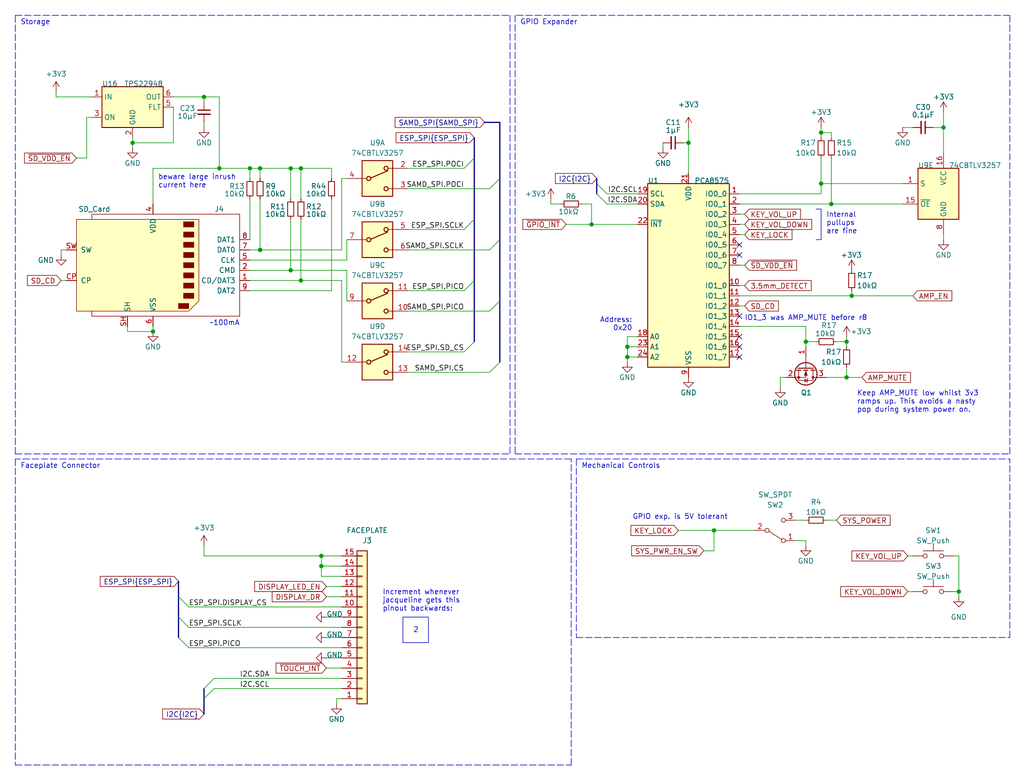
<source format=kicad_sch>
(kicad_sch (version 20231120) (generator "eeschema") (generator_version "8.0")
  (paper "User" 254.991 194.996)
  (title_block (title "TANGARA") (date "2023-12-21") (rev "4") (company "made by jacqueline") (comment 1 "SPDX-License-Identifier: CERN-OHL-S-2.0"))
  (lib_symbols
    (symbol "74xx:74CBTLV3257"
      (property "Reference" "U" (at 17.78 1.27 0))
      (property "Value" "74CBTLV3257" (at 15.24 -1.27 0))
      (symbol "74CBTLV3257_1_1"
        (rectangle (start -3.81 4.445) (end 3.81 -4.445) (stroke (width 0.254)) (fill (type background)))
        (circle (center -2.159 0) (radius 0.508) (stroke (width 0.254)))
        (polyline (pts (xy -5.08 0) (xy -2.794 0)))
        (polyline (pts (xy -1.651 0.127) (xy 2.54 1.905)) (stroke (width 0.254)))
        (polyline (pts (xy 5.08 -2.54) (xy 2.794 -2.54)))
        (polyline (pts (xy 5.08 2.54) (xy 2.794 2.54)))
        (circle (center 2.159 -2.54) (radius 0.508) (stroke (width 0.254)))
        (circle (center 2.159 2.54) (radius 0.508) (stroke (width 0.254)))
        (pin passive line (at 7.62 2.54 180) (length 2.54) (name "~") (number "2"))
        (pin passive line (at 7.62 -2.54 180) (length 2.54) (name "~") (number "3"))
        (pin passive line (at -7.62 0 0) (length 2.54) (name "~") (number "4"))
      )
      (symbol "74CBTLV3257_2_1"
        (rectangle (start -3.81 4.445) (end 3.81 -4.445) (stroke (width 0.254)) (fill (type background)))
        (circle (center -2.159 0) (radius 0.508) (stroke (width 0.254)))
        (polyline (pts (xy -5.08 0) (xy -2.794 0)))
        (polyline (pts (xy -1.651 0.127) (xy 2.54 1.905)) (stroke (width 0.254)))
        (polyline (pts (xy 5.08 -2.54) (xy 2.794 -2.54)))
        (polyline (pts (xy 5.08 2.54) (xy 2.794 2.54)))
        (circle (center 2.159 -2.54) (radius 0.508) (stroke (width 0.254)))
        (circle (center 2.159 2.54) (radius 0.508) (stroke (width 0.254)))
        (pin passive line (at 7.62 2.54 180) (length 2.54) (name "~") (number "5"))
        (pin passive line (at 7.62 -2.54 180) (length 2.54) (name "~") (number "6"))
        (pin passive line (at -7.62 0 0) (length 2.54) (name "~") (number "7"))
      )
      (symbol "74CBTLV3257_3_1"
        (rectangle (start -3.81 4.445) (end 3.81 -4.445) (stroke (width 0.254)) (fill (type background)))
        (circle (center -2.159 0) (radius 0.508) (stroke (width 0.254)))
        (polyline (pts (xy -5.08 0) (xy -2.794 0)))
        (polyline (pts (xy -1.651 0.127) (xy 2.54 1.905)) (stroke (width 0.254)))
        (polyline (pts (xy 5.08 -2.54) (xy 2.794 -2.54)))
        (polyline (pts (xy 5.08 2.54) (xy 2.794 2.54)))
        (circle (center 2.159 -2.54) (radius 0.508) (stroke (width 0.254)))
        (circle (center 2.159 2.54) (radius 0.508) (stroke (width 0.254)))
        (pin passive line (at 7.62 -2.54 180) (length 2.54) (name "~") (number "10"))
        (pin passive line (at 7.62 2.54 180) (length 2.54) (name "~") (number "11"))
        (pin passive line (at -7.62 0 0) (length 2.54) (name "~") (number "9"))
      )
      (symbol "74CBTLV3257_4_1"
        (rectangle (start -3.81 4.445) (end 3.81 -4.445) (stroke (width 0.254)) (fill (type background)))
        (circle (center -2.159 0) (radius 0.508) (stroke (width 0.254)))
        (polyline (pts (xy -5.08 0) (xy -2.794 0)))
        (polyline (pts (xy -1.651 0.127) (xy 2.54 1.905)) (stroke (width 0.254)))
        (polyline (pts (xy 5.08 -2.54) (xy 2.794 -2.54)))
        (polyline (pts (xy 5.08 2.54) (xy 2.794 2.54)))
        (circle (center 2.159 -2.54) (radius 0.508) (stroke (width 0.254)))
        (circle (center 2.159 2.54) (radius 0.508) (stroke (width 0.254)))
        (pin passive line (at -7.62 0 0) (length 2.54) (name "~") (number "12"))
        (pin passive line (at 7.62 -2.54 180) (length 2.54) (name "~") (number "13"))
        (pin passive line (at 7.62 2.54 180) (length 2.54) (name "~") (number "14"))
      )
      (symbol "74CBTLV3257_5_1"
        (rectangle (start 3.81 6.35) (end -6.35 -6.35) (stroke (width 0.254)) (fill (type background)))
        (pin input line (at -10.16 2.54 0) (length 3.81) (name "S") (number "1"))
        (pin input line (at -10.16 -2.54 0) (length 3.81) (name "~{OE}") (number "15"))
        (pin power_in line (at 0 10.16 270) (length 3.81) (name "VCC") (number "16"))
        (pin power_in line (at 0 -10.16 90) (length 3.81) (name "GND") (number "8"))
      )
    )
    (symbol "Connector_Generic:Conn_01x15" (pin_names (offset 1.016) hide)
      (property "Reference" "J" (at 0 20.32 0))
      (property "Value" "Conn_01x15" (at 0 -20.32 0))
      (symbol "Conn_01x15_1_1"
        (rectangle (start -1.27 -17.653) (end 0 -17.907) (stroke (width 0.1524)))
        (rectangle (start -1.27 -15.113) (end 0 -15.367) (stroke (width 0.1524)))
        (rectangle (start -1.27 -12.573) (end 0 -12.827) (stroke (width 0.1524)))
        (rectangle (start -1.27 -10.033) (end 0 -10.287) (stroke (width 0.1524)))
        (rectangle (start -1.27 -7.493) (end 0 -7.747) (stroke (width 0.1524)))
        (rectangle (start -1.27 -4.953) (end 0 -5.207) (stroke (width 0.1524)))
        (rectangle (start -1.27 -2.413) (end 0 -2.667) (stroke (width 0.1524)))
        (rectangle (start -1.27 0.127) (end 0 -0.127) (stroke (width 0.1524)))
        (rectangle (start -1.27 2.667) (end 0 2.413) (stroke (width 0.1524)))
        (rectangle (start -1.27 5.207) (end 0 4.953) (stroke (width 0.1524)))
        (rectangle (start -1.27 7.747) (end 0 7.493) (stroke (width 0.1524)))
        (rectangle (start -1.27 10.287) (end 0 10.033) (stroke (width 0.1524)))
        (rectangle (start -1.27 12.827) (end 0 12.573) (stroke (width 0.1524)))
        (rectangle (start -1.27 15.367) (end 0 15.113) (stroke (width 0.1524)))
        (rectangle (start -1.27 17.907) (end 0 17.653) (stroke (width 0.1524)))
        (rectangle (start -1.27 19.05) (end 1.27 -19.05) (stroke (width 0.254)) (fill (type background)))
        (pin passive line (at -5.08 17.78 0) (length 3.81) (name "Pin_1") (number "1"))
        (pin passive line (at -5.08 -5.08 0) (length 3.81) (name "Pin_10") (number "10"))
        (pin passive line (at -5.08 -7.62 0) (length 3.81) (name "Pin_11") (number "11"))
        (pin passive line (at -5.08 -10.16 0) (length 3.81) (name "Pin_12") (number "12"))
        (pin passive line (at -5.08 -12.7 0) (length 3.81) (name "Pin_13") (number "13"))
        (pin passive line (at -5.08 -15.24 0) (length 3.81) (name "Pin_14") (number "14"))
        (pin passive line (at -5.08 -17.78 0) (length 3.81) (name "Pin_15") (number "15"))
        (pin passive line (at -5.08 15.24 0) (length 3.81) (name "Pin_2") (number "2"))
        (pin passive line (at -5.08 12.7 0) (length 3.81) (name "Pin_3") (number "3"))
        (pin passive line (at -5.08 10.16 0) (length 3.81) (name "Pin_4") (number "4"))
        (pin passive line (at -5.08 7.62 0) (length 3.81) (name "Pin_5") (number "5"))
        (pin passive line (at -5.08 5.08 0) (length 3.81) (name "Pin_6") (number "6"))
        (pin passive line (at -5.08 2.54 0) (length 3.81) (name "Pin_7") (number "7"))
        (pin passive line (at -5.08 0 0) (length 3.81) (name "Pin_8") (number "8"))
        (pin passive line (at -5.08 -2.54 0) (length 3.81) (name "Pin_9") (number "9"))
      )
    )
    (symbol "Device:C_Small" (pin_numbers hide) (pin_names (offset 0.254) hide)
      (property "Reference" "C" (at 0.254 1.778 0))
      (property "Value" "C_Small" (at 0.254 -2.032 0))
      (symbol "C_Small_0_1"
        (polyline (pts (xy -1.524 -0.508) (xy 1.524 -0.508)) (stroke (width 0.3302)))
        (polyline (pts (xy -1.524 0.508) (xy 1.524 0.508)) (stroke (width 0.3048)))
      )
      (symbol "C_Small_1_1"
        (pin passive line (at 0 2.54 270) (length 2.032) (name "~") (number "1"))
        (pin passive line (at 0 -2.54 90) (length 2.032) (name "~") (number "2"))
      )
    )
    (symbol "Device:Q_NMOS_GSD" (pin_names (offset 0) hide)
      (property "Reference" "Q" (at 5.08 1.27 0))
      (property "Value" "Q_NMOS_GSD" (at 5.08 -1.27 0))
      (symbol "Q_NMOS_GSD_0_1"
        (polyline (pts (xy 0.254 0) (xy -2.54 0)))
        (polyline (pts (xy 0.254 1.905) (xy 0.254 -1.905)) (stroke (width 0.254)))
        (polyline (pts (xy 0.762 -1.27) (xy 0.762 -2.286)) (stroke (width 0.254)))
        (polyline (pts (xy 0.762 0.508) (xy 0.762 -0.508)) (stroke (width 0.254)))
        (polyline (pts (xy 0.762 2.286) (xy 0.762 1.27)) (stroke (width 0.254)))
        (polyline (pts (xy 2.54 2.54) (xy 2.54 1.778)))
        (polyline (pts (xy 2.54 -2.54) (xy 2.54 0) (xy 0.762 0)))
        (polyline (pts (xy 0.762 -1.778) (xy 3.302 -1.778) (xy 3.302 1.778) (xy 0.762 1.778)))
        (polyline (pts (xy 1.016 0) (xy 2.032 0.381) (xy 2.032 -0.381) (xy 1.016 0)) (fill (type outline)))
        (polyline (pts (xy 2.794 0.508) (xy 2.921 0.381) (xy 3.683 0.381) (xy 3.81 0.254)))
        (polyline (pts (xy 3.302 0.381) (xy 2.921 -0.254) (xy 3.683 -0.254) (xy 3.302 0.381)))
        (circle (center 1.651 0) (radius 2.794) (stroke (width 0.254)))
        (circle (center 2.54 -1.778) (radius 0.254) (fill (type outline)))
        (circle (center 2.54 1.778) (radius 0.254) (fill (type outline)))
      )
      (symbol "Q_NMOS_GSD_1_1"
        (pin input line (at -5.08 0 0) (length 2.54) (name "G") (number "1"))
        (pin passive line (at 2.54 -5.08 90) (length 2.54) (name "S") (number "2"))
        (pin passive line (at 2.54 5.08 270) (length 2.54) (name "D") (number "3"))
      )
    )
    (symbol "Device:R_Small" (pin_numbers hide) (pin_names (offset 0.254) hide)
      (property "Reference" "R" (at 0.762 0.508 0))
      (property "Value" "R_Small" (at 0.762 -1.016 0))
      (symbol "R_Small_0_1"
        (rectangle (start -0.762 1.778) (end 0.762 -1.778) (stroke (width 0.2032)))
      )
      (symbol "R_Small_1_1"
        (pin passive line (at 0 2.54 270) (length 0.762) (name "~") (number "1"))
        (pin passive line (at 0 -2.54 90) (length 0.762) (name "~") (number "2"))
      )
    )
    (symbol "Switch:SW_Push" (pin_numbers hide) (pin_names (offset 1.016) hide)
      (property "Reference" "SW" (at 1.27 2.54 0))
      (property "Value" "SW_Push" (at 0 -1.524 0))
      (symbol "SW_Push_0_1"
        (circle (center -2.032 0) (radius 0.508))
        (polyline (pts (xy 0 1.27) (xy 0 3.048)))
        (polyline (pts (xy 2.54 1.27) (xy -2.54 1.27)))
        (circle (center 2.032 0) (radius 0.508))
        (pin passive line (at -5.08 0 0) (length 2.54) (name "1") (number "1"))
        (pin passive line (at 5.08 0 180) (length 2.54) (name "2") (number "2"))
      )
    )
    (symbol "Switch:SW_SPDT" (pin_names (offset 0) hide)
      (property "Reference" "SW" (at 0 4.318 0))
      (property "Value" "SW_SPDT" (at 0 -5.08 0))
      (symbol "SW_SPDT_0_0"
        (circle (center -2.032 0) (radius 0.508))
        (circle (center 2.032 -2.54) (radius 0.508))
      )
      (symbol "SW_SPDT_0_1"
        (polyline (pts (xy -1.524 0.254) (xy 1.651 2.286)))
        (circle (center 2.032 2.54) (radius 0.508))
      )
      (symbol "SW_SPDT_1_1"
        (pin passive line (at 5.08 2.54 180) (length 2.54) (name "A") (number "1"))
        (pin passive line (at -5.08 0 0) (length 2.54) (name "B") (number "2"))
        (pin passive line (at 5.08 -2.54 180) (length 2.54) (name "C") (number "3"))
      )
    )
    (symbol "power:+3V3" (power) (pin_names (offset 0))
      (property "Value" "+3V3" (at 0 3.556 0))
      (symbol "+3V3_0_1"
        (polyline (pts (xy -0.762 1.27) (xy 0 2.54)))
        (polyline (pts (xy 0 0) (xy 0 2.54)))
        (polyline (pts (xy 0 2.54) (xy 0.762 1.27)))
      )
      (symbol "+3V3_1_1"
        (pin power_in line (at 0 0 90) (length 0) hide (name "+3V3") (number "1"))
      )
    )
    (symbol "power:GND" (power) (pin_names (offset 0))
      (property "Value" "GND" (at 0 -3.81 0))
      (symbol "GND_0_1"
        (polyline (pts (xy 0 0) (xy 0 -1.27) (xy 1.27 -1.27) (xy 0 -2.54) (xy -1.27 -1.27) (xy 0 -1.27)))
      )
      (symbol "GND_1_1"
        (pin power_in line (at 0 0 270) (length 0) hide (name "GND") (number "1"))
      )
    )
    (symbol "symbols:PCA8575BS"
      (property "Reference" "U" (at -8.89 24.13 0))
      (property "Value" "PCA8575BS" (at 6.35 24.13 0))
      (symbol "PCA8575BS_0_1"
        (rectangle (start -10.16 22.86) (end 10.16 -22.86) (stroke (width 0.254)) (fill (type background)))
      )
      (symbol "PCA8575BS_1_0"
        (pin power_in line (at 0 -25.4 90) (length 2.54) hide (name "EP") (number "25"))
      )
      (symbol "PCA8575BS_1_1"
        (pin bidirectional line (at 12.7 20.32 180) (length 2.54) (name "IO0_0") (number "1"))
        (pin bidirectional line (at 12.7 -2.54 180) (length 2.54) (name "IO1_0") (number "10"))
        (pin bidirectional line (at 12.7 -5.08 180) (length 2.54) (name "IO1_1") (number "11"))
        (pin bidirectional line (at 12.7 -7.62 180) (length 2.54) (name "IO1_2") (number "12"))
        (pin bidirectional line (at 12.7 -10.16 180) (length 2.54) (name "IO1_3") (number "13"))
        (pin bidirectional line (at 12.7 -12.7 180) (length 2.54) (name "IO1_4") (number "14"))
        (pin bidirectional line (at 12.7 -15.24 180) (length 2.54) (name "IO1_5") (number "15"))
        (pin bidirectional line (at 12.7 -17.78 180) (length 2.54) (name "IO1_6") (number "16"))
        (pin bidirectional line (at 12.7 -20.32 180) (length 2.54) (name "IO1_7") (number "17"))
        (pin input line (at -12.7 -15.24 0) (length 2.54) (name "A0") (number "18"))
        (pin input line (at -12.7 20.32 0) (length 2.54) (name "SCL") (number "19"))
        (pin bidirectional line (at 12.7 17.78 180) (length 2.54) (name "IO0_1") (number "2"))
        (pin bidirectional line (at -12.7 17.78 0) (length 2.54) (name "SDA") (number "20"))
        (pin power_in line (at 0 25.4 270) (length 2.54) (name "VDD") (number "21"))
        (pin open_collector line (at -12.7 12.7 0) (length 2.54) (name "~{INT}") (number "22"))
        (pin input line (at -12.7 -17.78 0) (length 2.54) (name "A1") (number "23"))
        (pin input line (at -12.7 -20.32 0) (length 2.54) (name "A2") (number "24"))
        (pin bidirectional line (at 12.7 15.24 180) (length 2.54) (name "IO0_2") (number "3"))
        (pin bidirectional line (at 12.7 12.7 180) (length 2.54) (name "IO0_3") (number "4"))
        (pin bidirectional line (at 12.7 10.16 180) (length 2.54) (name "IO0_4") (number "5"))
        (pin bidirectional line (at 12.7 7.62 180) (length 2.54) (name "IO0_5") (number "6"))
        (pin bidirectional line (at 12.7 5.08 180) (length 2.54) (name "IO0_6") (number "7"))
        (pin bidirectional line (at 12.7 2.54 180) (length 2.54) (name "IO0_7") (number "8"))
        (pin power_in line (at 0 -25.4 90) (length 2.54) (name "VSS") (number "9"))
      )
    )
    (symbol "symbols:SD_Card" (pin_names (offset 1.016))
      (property "Reference" "J" (at -16.51 13.97 0))
      (property "Value" "SD_Card" (at 15.24 -13.97 0))
      (symbol "SD_Card_0_1"
        (rectangle (start -8.89 -9.525) (end -6.35 -10.795) (fill (type outline)))
        (rectangle (start -8.89 -6.985) (end -6.35 -8.255) (fill (type outline)))
        (rectangle (start -8.89 -4.445) (end -6.35 -5.715) (fill (type outline)))
        (rectangle (start -8.89 -1.905) (end -6.35 -3.175) (fill (type outline)))
        (rectangle (start -8.89 0.635) (end -6.35 -0.635) (fill (type outline)))
        (rectangle (start -8.89 3.175) (end -6.35 1.905) (fill (type outline)))
        (rectangle (start -8.89 5.715) (end -6.35 4.445) (fill (type outline)))
        (rectangle (start -8.89 8.255) (end -6.35 6.985) (fill (type outline)))
        (rectangle (start -7.62 10.795) (end -5.08 9.525) (fill (type outline)))
        (polyline (pts (xy -10.16 8.89) (xy -7.62 11.43) (xy 20.32 11.43) (xy 20.32 -11.43) (xy -10.16 -11.43) (xy -10.16 8.89)) (fill (type background)))
        (polyline (pts (xy 16.51 11.43) (xy 16.51 12.7) (xy -20.32 12.7) (xy -20.32 -12.7) (xy 16.51 -12.7) (xy 16.51 -11.43)))
      )
      (symbol "SD_Card_1_1"
        (pin input line (at -22.86 3.81 0) (length 2.54) (name "CD/DAT3") (number "1"))
        (pin input line (at -22.86 1.27 0) (length 2.54) (name "CMD") (number "2"))
        (pin power_in line (at 1.27 15.24 270) (length 2.54) hide (name "VSS") (number "3"))
        (pin power_in line (at 1.27 -15.24 90) (length 2.54) (name "VDD") (number "4"))
        (pin input line (at -22.86 -1.27 0) (length 2.54) (name "CLK") (number "5"))
        (pin power_in line (at 1.27 15.24 270) (length 2.54) (name "VSS") (number "6"))
        (pin input line (at -22.86 -3.81 0) (length 2.54) (name "DAT0") (number "7"))
        (pin input line (at -22.86 -6.35 0) (length 2.54) (name "DAT1") (number "8"))
        (pin input line (at -22.86 6.35 0) (length 2.54) (name "DAT2") (number "9"))
        (pin input line (at 22.86 3.81 180) (length 2.54) (name "CP") (number "CP"))
        (pin input line (at 7.62 15.24 270) (length 2.54) (name "SH") (number "SH"))
        (pin input line (at 22.86 -3.81 180) (length 2.54) (name "SW") (number "SW"))
      )
    )
    (symbol "symbols:TPS22917DBV"
      (property "Reference" "U" (at -6.35 6.35 0))
      (property "Value" "TPS22948" (at 2.54 6.35 0))
      (symbol "TPS22917DBV_0_1"
        (rectangle (start -7.62 5.08) (end 7.62 -5.08) (stroke (width 0.254)) (fill (type background)))
      )
      (symbol "TPS22917DBV_1_1"
        (pin power_in line (at -10.16 2.54 0) (length 2.54) (name "IN") (number "1"))
        (pin power_in line (at 0 -7.62 90) (length 2.54) (name "GND") (number "2"))
        (pin input line (at -10.16 -2.54 0) (length 2.54) (name "ON") (number "3"))
        (pin no_connect line (at -7.62 0 0) (length 2.54) hide (name "NC") (number "4"))
        (pin open_collector line (at 10.16 0 180) (length 2.54) (name "FLT") (number "5"))
        (pin power_out line (at 10.16 2.54 180) (length 2.54) (name "OUT") (number "6"))
      )
    )
  )
  (junction (at 156.21 88.9))
  (junction (at 80.01 140.97))
  (junction (at 212.09 73.66))
  (junction (at 33.02 35.56))
  (junction (at 64.77 62.23))
  (junction (at 210.82 93.98))
  (junction (at 38.1 82.55))
  (junction (at 54.61 41.91))
  (junction (at 204.47 45.72))
  (junction (at 210.82 85.09))
  (junction (at 72.39 67.31))
  (junction (at 234.95 31.75))
  (junction (at 62.23 41.91))
  (junction (at 207.01 50.8))
  (junction (at 204.47 33.02))
  (junction (at 80.01 138.43))
  (junction (at 50.8 24.13))
  (junction (at 238.76 147.32))
  (junction (at 171.45 35.56))
  (junction (at 156.21 86.36))
  (junction (at 177.8 132.08))
  (junction (at 74.93 69.85))
  (junction (at 72.39 41.91))
  (junction (at 74.93 41.91))
  (junction (at 200.66 85.09))
  (junction (at 64.77 41.91))
  (junction (at 147.32 55.88))
  (no_connect (at 184.15 78.74))
  (no_connect (at 184.15 83.82))
  (no_connect (at 184.15 88.9))
  (no_connect (at 184.15 60.96))
  (no_connect (at 184.15 86.36))
  (no_connect (at 184.15 63.5))
  (bus_entry (at 148.59 45.72) (size 2.54 2.54))
  (bus_entry (at 115.57 72.39) (size 2.54 -2.54))
  (bus_entry (at 115.57 87.63) (size 2.54 -2.54))
  (bus_entry (at 115.57 41.91) (size 2.54 -2.54))
  (bus_entry (at 115.57 57.15) (size 2.54 -2.54))
  (bus_entry (at 148.59 48.26) (size 2.54 2.54))
  (bus_entry (at 121.92 46.99) (size 2.54 -2.54))
  (bus_entry (at 121.92 77.47) (size 2.54 -2.54))
  (bus_entry (at 46.99 156.21) (size -2.54 -2.54))
  (bus_entry (at 121.92 62.23) (size 2.54 -2.54))
  (bus_entry (at 46.99 161.29) (size -2.54 -2.54))
  (bus_entry (at 50.8 171.45) (size 2.54 -2.54))
  (bus_entry (at 50.8 173.99) (size 2.54 -2.54))
  (bus_entry (at 121.92 92.71) (size 2.54 -2.54))
  (bus_entry (at 46.99 151.13) (size -2.54 -2.54))
  (wire (pts (xy 156.21 86.36) (xy 156.21 88.9)))
  (wire (pts (xy 156.21 88.9) (xy 156.21 90.17)))
  (bus (pts (xy 44.45 148.59) (xy 44.45 153.67)))
  (wire (pts (xy 238.76 138.43) (xy 238.76 147.32)))
  (wire (pts (xy 74.93 41.91) (xy 82.55 41.91)))
  (wire (pts (xy 46.99 151.13) (xy 85.09 151.13)))
  (polyline (pts (xy 3.81 3.81) (xy 127 3.81)) (stroke (width 0) (type dash)))
  (polyline (pts (xy 143.51 114.3) (xy 143.51 158.75)) (stroke (width 0) (type dash)))
  (wire (pts (xy 43.18 24.13) (xy 50.8 24.13)))
  (wire (pts (xy 175.26 137.16) (xy 177.8 137.16)))
  (wire (pts (xy 204.47 39.37) (xy 204.47 45.72)))
  (bus (pts (xy 120.65 30.48) (xy 124.46 30.48)))
  (polyline (pts (xy 204.47 59.69) (xy 204.47 52.07)))
  (wire (pts (xy 74.93 69.85) (xy 85.09 69.85)))
  (wire (pts (xy 81.28 166.37) (xy 85.09 166.37)))
  (wire (pts (xy 83.82 173.99) (xy 85.09 173.99)))
  (wire (pts (xy 207.01 50.8) (xy 224.79 50.8)))
  (wire (pts (xy 38.1 82.55) (xy 38.1 81.28)))
  (wire (pts (xy 234.95 27.94) (xy 234.95 31.75)))
  (wire (pts (xy 171.45 31.75) (xy 171.45 35.56)))
  (wire (pts (xy 85.09 44.45) (xy 85.09 62.23)))
  (wire (pts (xy 74.93 54.61) (xy 74.93 69.85)))
  (wire (pts (xy 200.66 85.09) (xy 203.2 85.09)))
  (wire (pts (xy 43.18 35.56) (xy 33.02 35.56)))
  (wire (pts (xy 74.93 41.91) (xy 74.93 49.53)))
  (wire (pts (xy 200.66 85.09) (xy 200.66 86.36)))
  (wire (pts (xy 72.39 67.31) (xy 86.36 67.31)))
  (wire (pts (xy 81.28 148.59) (xy 85.09 148.59)))
  (wire (pts (xy 147.32 50.8) (xy 147.32 55.88)))
  (bus (pts (xy 118.11 39.37) (xy 118.11 54.61)))
  (wire (pts (xy 237.49 147.32) (xy 238.76 147.32)))
  (wire (pts (xy 204.47 48.26) (xy 204.47 45.72)))
  (wire (pts (xy 50.8 30.48) (xy 50.8 31.75)))
  (wire (pts (xy 144.78 50.8) (xy 147.32 50.8)))
  (polyline (pts (xy 143.51 114.3) (xy 251.46 114.3)) (stroke (width 0) (type dash)))
  (wire (pts (xy 184.15 55.88) (xy 185.42 55.88)))
  (wire (pts (xy 21.59 29.21) (xy 21.59 39.37)))
  (wire (pts (xy 140.97 55.88) (xy 147.32 55.88)))
  (wire (pts (xy 184.15 50.8) (xy 207.01 50.8)))
  (wire (pts (xy 194.31 93.98) (xy 194.31 96.52)))
  (wire (pts (xy 86.36 67.31) (xy 86.36 74.93)))
  (polyline (pts (xy 128.27 3.81) (xy 128.27 113.03)) (stroke (width 0) (type dash)))
  (wire (pts (xy 38.1 41.91) (xy 54.61 41.91)))
  (wire (pts (xy 83.82 175.26) (xy 83.82 173.99)))
  (bus (pts (xy 44.45 153.67) (xy 44.45 158.75)))
  (wire (pts (xy 151.13 50.8) (xy 158.75 50.8)))
  (wire (pts (xy 50.8 24.13) (xy 50.8 25.4)))
  (wire (pts (xy 85.09 69.85) (xy 85.09 90.17)))
  (wire (pts (xy 50.8 24.13) (xy 54.61 24.13)))
  (wire (pts (xy 212.09 73.66) (xy 227.33 73.66)))
  (wire (pts (xy 31.75 81.28) (xy 31.75 82.55)))
  (wire (pts (xy 210.82 83.82) (xy 210.82 85.09)))
  (wire (pts (xy 101.6 92.71) (xy 121.92 92.71)))
  (wire (pts (xy 137.16 50.8) (xy 139.7 50.8)))
  (wire (pts (xy 62.23 62.23) (xy 64.77 62.23)))
  (wire (pts (xy 205.74 93.98) (xy 210.82 93.98)))
  (wire (pts (xy 15.24 62.23) (xy 15.24 63.5)))
  (polyline (pts (xy 128.27 113.03) (xy 251.46 113.03)) (stroke (width 0) (type dash)))
  (wire (pts (xy 33.02 34.29) (xy 33.02 35.56)))
  (wire (pts (xy 54.61 41.91) (xy 62.23 41.91)))
  (bus (pts (xy 118.11 69.85) (xy 118.11 85.09)))
  (wire (pts (xy 158.75 86.36) (xy 156.21 86.36)))
  (wire (pts (xy 208.28 85.09) (xy 210.82 85.09)))
  (wire (pts (xy 54.61 24.13) (xy 54.61 41.91)))
  (wire (pts (xy 158.75 83.82) (xy 156.21 83.82)))
  (wire (pts (xy 237.49 138.43) (xy 238.76 138.43)))
  (wire (pts (xy 170.18 35.56) (xy 171.45 35.56)))
  (bus (pts (xy 124.46 30.48) (xy 124.46 44.45)))
  (wire (pts (xy 210.82 85.09) (xy 210.82 86.36)))
  (wire (pts (xy 50.8 135.89) (xy 50.8 138.43)))
  (wire (pts (xy 200.66 81.28) (xy 200.66 85.09)))
  (bus (pts (xy 148.59 44.45) (xy 148.59 45.72)))
  (wire (pts (xy 85.09 90.17) (xy 86.36 90.17)))
  (wire (pts (xy 19.05 39.37) (xy 21.59 39.37)))
  (polyline (pts (xy 251.46 158.75) (xy 251.46 114.3)) (stroke (width 0) (type dash)))
  (wire (pts (xy 200.66 81.28) (xy 184.15 81.28)))
  (wire (pts (xy 185.42 66.04) (xy 184.15 66.04)))
  (wire (pts (xy 224.79 31.75) (xy 227.33 31.75)))
  (wire (pts (xy 62.23 41.91) (xy 62.23 44.45)))
  (wire (pts (xy 184.15 53.34) (xy 185.42 53.34)))
  (wire (pts (xy 86.36 64.77) (xy 86.36 59.69)))
  (wire (pts (xy 46.99 161.29) (xy 85.09 161.29)))
  (wire (pts (xy 204.47 45.72) (xy 224.79 45.72)))
  (wire (pts (xy 184.15 48.26) (xy 204.47 48.26)))
  (wire (pts (xy 101.6 87.63) (xy 115.57 87.63)))
  (wire (pts (xy 43.18 26.67) (xy 43.18 35.56)))
  (wire (pts (xy 46.99 156.21) (xy 85.09 156.21)))
  (wire (pts (xy 62.23 69.85) (xy 74.93 69.85)))
  (wire (pts (xy 204.47 33.02) (xy 204.47 34.29)))
  (polyline (pts (xy 3.81 190.5) (xy 142.24 190.5)) (stroke (width 0) (type dash)))
  (wire (pts (xy 80.01 138.43) (xy 85.09 138.43)))
  (wire (pts (xy 147.32 55.88) (xy 158.75 55.88)))
  (wire (pts (xy 101.6 72.39) (xy 115.57 72.39)))
  (wire (pts (xy 101.6 46.99) (xy 121.92 46.99)))
  (wire (pts (xy 195.58 93.98) (xy 194.31 93.98)))
  (wire (pts (xy 53.34 171.45) (xy 85.09 171.45)))
  (wire (pts (xy 62.23 67.31) (xy 72.39 67.31)))
  (bus (pts (xy 148.59 45.72) (xy 148.59 48.26)))
  (wire (pts (xy 81.28 163.83) (xy 85.09 163.83)))
  (wire (pts (xy 165.1 35.56) (xy 165.1 36.83)))
  (wire (pts (xy 137.16 49.53) (xy 137.16 50.8)))
  (wire (pts (xy 82.55 44.45) (xy 82.55 41.91)))
  (wire (pts (xy 185.42 71.12) (xy 184.15 71.12)))
  (wire (pts (xy 81.28 153.67) (xy 85.09 153.67)))
  (wire (pts (xy 200.66 135.89) (xy 200.66 134.62)))
  (polyline (pts (xy 3.81 113.03) (xy 127 113.03)) (stroke (width 0) (type dash)))
  (bus (pts (xy 124.46 59.69) (xy 124.46 74.93)))
  (wire (pts (xy 212.09 72.39) (xy 212.09 73.66)))
  (polyline (pts (xy 142.24 190.5) (xy 142.24 114.3)) (stroke (width 0) (type dash)))
  (wire (pts (xy 80.01 143.51) (xy 80.01 140.97)))
  (wire (pts (xy 234.95 31.75) (xy 234.95 38.1)))
  (wire (pts (xy 168.91 132.08) (xy 177.8 132.08)))
  (polyline (pts (xy 3.81 113.03) (xy 3.81 3.81)) (stroke (width 0) (type dash)))
  (wire (pts (xy 85.09 140.97) (xy 80.01 140.97)))
  (polyline (pts (xy 143.51 158.75) (xy 251.46 158.75)) (stroke (width 0) (type dash)))
  (wire (pts (xy 234.95 59.69) (xy 234.95 58.42)))
  (wire (pts (xy 64.77 62.23) (xy 85.09 62.23)))
  (wire (pts (xy 33.02 36.83) (xy 33.02 35.56)))
  (wire (pts (xy 101.6 77.47) (xy 121.92 77.47)))
  (polyline (pts (xy 3.81 114.3) (xy 3.81 190.5)) (stroke (width 0) (type dash)))
  (wire (pts (xy 72.39 54.61) (xy 72.39 67.31)))
  (bus (pts (xy 118.11 34.29) (xy 118.11 39.37)))
  (wire (pts (xy 53.34 168.91) (xy 85.09 168.91)))
  (wire (pts (xy 72.39 41.91) (xy 72.39 49.53)))
  (wire (pts (xy 38.1 50.8) (xy 38.1 41.91)))
  (wire (pts (xy 101.6 62.23) (xy 121.92 62.23)))
  (wire (pts (xy 64.77 41.91) (xy 72.39 41.91)))
  (polyline (pts (xy 142.24 114.3) (xy 3.81 114.3)) (stroke (width 0) (type dash)))
  (wire (pts (xy 177.8 132.08) (xy 177.8 137.16)))
  (wire (pts (xy 62.23 49.53) (xy 62.23 59.69)))
  (wire (pts (xy 200.66 134.62) (xy 198.12 134.62)))
  (wire (pts (xy 171.45 35.56) (xy 171.45 43.18)))
  (wire (pts (xy 204.47 33.02) (xy 207.01 33.02)))
  (polyline (pts (xy 203.2 59.69) (xy 204.47 59.69)))
  (wire (pts (xy 177.8 132.08) (xy 187.96 132.08)))
  (bus (pts (xy 118.11 54.61) (xy 118.11 69.85)))
  (wire (pts (xy 22.86 29.21) (xy 21.59 29.21)))
  (wire (pts (xy 81.28 146.05) (xy 85.09 146.05)))
  (wire (pts (xy 82.55 49.53) (xy 82.55 72.39)))
  (wire (pts (xy 86.36 44.45) (xy 85.09 44.45)))
  (wire (pts (xy 13.97 24.13) (xy 22.86 24.13)))
  (bus (pts (xy 50.8 177.8) (xy 50.8 173.99)))
  (wire (pts (xy 62.23 41.91) (xy 64.77 41.91)))
  (wire (pts (xy 198.12 129.54) (xy 200.66 129.54)))
  (polyline (pts (xy 251.46 3.81) (xy 128.27 3.81)) (stroke (width 0) (type dash)))
  (wire (pts (xy 16.51 62.23) (xy 15.24 62.23)))
  (polyline (pts (xy 203.2 52.07) (xy 204.47 52.07)))
  (wire (pts (xy 85.09 143.51) (xy 80.01 143.51)))
  (wire (pts (xy 207.01 39.37) (xy 207.01 50.8)))
  (wire (pts (xy 232.41 31.75) (xy 234.95 31.75)))
  (wire (pts (xy 64.77 49.53) (xy 64.77 62.23)))
  (polyline (pts (xy 127 3.81) (xy 127 113.03)) (stroke (width 0) (type dash)))
  (wire (pts (xy 101.6 41.91) (xy 115.57 41.91)))
  (wire (pts (xy 72.39 41.91) (xy 74.93 41.91)))
  (wire (pts (xy 185.42 76.2) (xy 184.15 76.2)))
  (wire (pts (xy 204.47 31.75) (xy 204.47 33.02)))
  (wire (pts (xy 50.8 138.43) (xy 80.01 138.43)))
  (wire (pts (xy 101.6 57.15) (xy 115.57 57.15)))
  (bus (pts (xy 44.45 144.78) (xy 44.45 148.59)))
  (wire (pts (xy 62.23 64.77) (xy 86.36 64.77)))
  (wire (pts (xy 151.13 48.26) (xy 158.75 48.26)))
  (wire (pts (xy 210.82 93.98) (xy 214.63 93.98)))
  (wire (pts (xy 210.82 91.44) (xy 210.82 93.98)))
  (wire (pts (xy 80.01 140.97) (xy 80.01 138.43)))
  (wire (pts (xy 158.75 88.9) (xy 156.21 88.9)))
  (bus (pts (xy 50.8 171.45) (xy 50.8 173.99)))
  (wire (pts (xy 64.77 41.91) (xy 64.77 44.45)))
  (wire (pts (xy 31.75 82.55) (xy 38.1 82.55)))
  (wire (pts (xy 238.76 147.32) (xy 238.76 148.59)))
  (polyline (pts (xy 251.46 113.03) (xy 251.46 3.81)) (stroke (width 0) (type dash)))
  (wire (pts (xy 13.97 22.86) (xy 13.97 24.13)))
  (wire (pts (xy 184.15 73.66) (xy 212.09 73.66)))
  (wire (pts (xy 156.21 83.82) (xy 156.21 86.36)))
  (wire (pts (xy 226.06 138.43) (xy 227.33 138.43)))
  (wire (pts (xy 81.28 158.75) (xy 85.09 158.75)))
  (bus (pts (xy 124.46 44.45) (xy 124.46 59.69)))
  (wire (pts (xy 185.42 58.42) (xy 184.15 58.42)))
  (wire (pts (xy 62.23 72.39) (xy 82.55 72.39)))
  (wire (pts (xy 208.28 129.54) (xy 205.74 129.54)))
  (wire (pts (xy 226.06 147.32) (xy 227.33 147.32)))
  (bus (pts (xy 124.46 74.93) (xy 124.46 90.17)))
  (wire (pts (xy 207.01 33.02) (xy 207.01 34.29)))
  (wire (pts (xy 15.24 69.85) (xy 16.51 69.85)))
  (rectangle (start 100.33 153.67) (end 106.68 160.02))
  (text "GPIO exp. is 5V tolerant" (at 157.48 129.54 0) (effects (font (size 1.27 1.27)) (justify left bottom)))
  (text "GPIO Expander" (at 129.54 6.35 0) (effects (font (size 1.27 1.27)) (justify left bottom)))
  (text "beware large inrush\ncurrent here" (at 39.37 46.99 0) (effects (font (size 1.27 1.27)) (justify left bottom)))
  (text "Keep AMP_MUTE low whilst 3v3\nramps up. This avoids a nasty\npop during system power on." (at 213.36 102.87 0) (effects (font (size 1.27 1.27)) (justify left bottom)))
  (text "Internal\npullups\nare fine" (at 205.74 58.42 0) (effects (font (size 1.27 1.27)) (justify left bottom)))
  (text "~100mA" (at 59.69 81.28 0) (effects (font (size 1.27 1.27)) (justify right bottom)))
  (text "Increment whenever\njacqueline gets this\npinout backwards:" (at 95.25 152.4 0) (effects (font (size 1.27 1.27)) (justify left bottom)))
  (text "Storage" (at 5.08 6.35 0) (effects (font (size 1.27 1.27)) (justify left bottom)))
  (text "Mechanical Controls" (at 144.78 116.84 0) (effects (font (size 1.27 1.27)) (justify left bottom)))
  (text "2" (at 102.87 157.734 0) (effects (font (size 1.27 1.27)) (justify left bottom)))
  (text "Faceplate Connector" (at 5.08 116.84 0) (effects (font (size 1.27 1.27)) (justify left bottom)))
  (text "IO1_3 was AMP_MUTE before r8" (at 185.42 80.01 0) (effects (font (size 1.27 1.27)) (justify left bottom)))
  (text "Address:\n0x20" (at 157.48 82.55 0) (effects (font (size 1.27 1.27)) (justify right bottom)))
  (label "SAMD_SPI.POCI" (at 115.57 46.99 180))
  (label "I2C.SDA" (at 59.69 168.91 0))
  (label "I2C.SCL" (at 158.75 48.26 180))
  (label "SAMD_SPI.PICO" (at 115.57 77.47 180))
  (label "ESP_SPI.PICO" (at 115.57 72.39 180))
  (label "ESP_SPI.SD_CS" (at 115.57 87.63 180))
  (label "ESP_SPI.POCI" (at 115.57 41.91 180))
  (label "ESP_SPI.PICO" (at 46.99 161.29 0))
  (label "SAMD_SPI.SCLK" (at 115.57 62.23 180))
  (label "ESP_SPI.DISPLAY_CS" (at 46.99 151.13 0))
  (label "SAMD_SPI.CS" (at 115.57 92.71 180))
  (label "ESP_SPI.SCLK" (at 46.99 156.21 0))
  (label "I2C.SDA" (at 158.75 50.8 180))
  (label "ESP_SPI.SCLK" (at 115.57 57.15 180))
  (label "I2C.SCL" (at 59.69 171.45 0))
  (global_label "ESP_SPI{ESP_SPI}" (shape input) (at 118.11 34.29 180) (property "Intersheetrefs" "${INTERSHEET_REFS}" (effects (hide yes))))
  (global_label "DISPLAY_LED_EN" (shape input) (at 81.28 146.05 180) (property "Intersheetrefs" "${INTERSHEET_REFS}" (effects (hide yes))))
  (global_label "KEY_VOL_DOWN" (shape input) (at 226.06 147.32 180) (property "Intersheetrefs" "${INTERSHEET_REFS}" (effects (hide yes))))
  (global_label "SYS_POWER" (shape input) (at 208.28 129.54 0) (property "Intersheetrefs" "${INTERSHEET_REFS}" (effects (hide yes))))
  (global_label "SD_CD" (shape input) (at 15.24 69.85 180) (property "Intersheetrefs" "${INTERSHEET_REFS}" (effects (hide yes))))
  (global_label "KEY_LOCK" (shape input) (at 185.42 58.42 0) (property "Intersheetrefs" "${INTERSHEET_REFS}" (effects (hide yes))))
  (global_label "SD_CD" (shape input) (at 185.42 76.2 0) (property "Intersheetrefs" "${INTERSHEET_REFS}" (effects (hide yes))))
  (global_label "I2C{I2C}" (shape input) (at 50.8 177.8 180) (property "Intersheetrefs" "${INTERSHEET_REFS}" (effects (hide yes))))
  (global_label "SAMD_SPI{SAMD_SPI}" (shape input) (at 120.65 30.48 180) (property "Intersheetrefs" "${INTERSHEET_REFS}" (effects (hide yes))))
  (global_label "KEY_VOL_UP" (shape input) (at 185.42 53.34 0) (property "Intersheetrefs" "${INTERSHEET_REFS}" (effects (hide yes))))
  (global_label "~{SD_VDD_EN}" (shape input) (at 19.05 39.37 180) (property "Intersheetrefs" "${INTERSHEET_REFS}" (effects (hide yes))))
  (global_label "3.5mm_DETECT" (shape input) (at 185.42 71.12 0) (property "Intersheetrefs" "${INTERSHEET_REFS}" (effects (hide yes))))
  (global_label "KEY_LOCK" (shape input) (at 168.91 132.08 180) (property "Intersheetrefs" "${INTERSHEET_REFS}" (effects (hide yes))))
  (global_label "AMP_MUTE" (shape input) (at 214.63 93.98 0) (property "Intersheetrefs" "${INTERSHEET_REFS}" (effects (hide yes))))
  (global_label "~{TOUCH_INT}" (shape input) (at 81.28 166.37 180) (property "Intersheetrefs" "${INTERSHEET_REFS}" (effects (hide yes))))
  (global_label "I2C{I2C}" (shape input) (at 148.59 44.45 180) (property "Intersheetrefs" "${INTERSHEET_REFS}" (effects (hide yes))))
  (global_label "~{SD_VDD_EN}" (shape input) (at 185.42 66.04 0) (property "Intersheetrefs" "${INTERSHEET_REFS}" (effects (hide yes))))
  (global_label "ESP_SPI{ESP_SPI}" (shape input) (at 44.45 144.78 180) (property "Intersheetrefs" "${INTERSHEET_REFS}" (effects (hide yes))))
  (global_label "DISPLAY_DR" (shape input) (at 81.28 148.59 180) (property "Intersheetrefs" "${INTERSHEET_REFS}" (effects (hide yes))))
  (global_label "~{GPIO_INT}" (shape input) (at 140.97 55.88 180) (property "Intersheetrefs" "${INTERSHEET_REFS}" (effects (hide yes))))
  (global_label "AMP_EN" (shape input) (at 227.33 73.66 0) (property "Intersheetrefs" "${INTERSHEET_REFS}" (effects (hide yes))))
  (global_label "SYS_PWR_EN_SW" (shape input) (at 175.26 137.16 180) (property "Intersheetrefs" "${INTERSHEET_REFS}" (effects (hide yes))))
  (global_label "KEY_VOL_UP" (shape input) (at 226.06 138.43 180) (property "Intersheetrefs" "${INTERSHEET_REFS}" (effects (hide yes))))
  (global_label "KEY_VOL_DOWN" (shape input) (at 185.42 55.88 0) (property "Intersheetrefs" "${INTERSHEET_REFS}" (effects (hide yes))))
  (symbol (lib_id "Device:R_Small") (at 62.23 46.99 0) (mirror y) (unit 1)
    (property "Reference" "R13" (at 60.96 46.355 0) (effects (justify left)))
    (property "Value" "10kΩ" (at 60.96 48.26 0) (effects (justify left)))
    (property "Footprint" "Resistor_SMD:R_0603_1608Metric" (effects (hide yes)))
    (property "MPN" "AC0603JR-0710KL" (effects (hide yes)))
  )
  (symbol (lib_id "power:GND") (at 194.31 96.52 0) (unit 1)
    (property "Reference" "#PWR0412" (effects (hide yes)))
    (property "Value" "GND" (at 194.31 100.33 0))
  )
  (symbol (lib_id "power:GND") (at 238.76 148.59 0) (unit 1)
    (property "Reference" "#PWR0413" (effects (hide yes)))
    (property "Value" "GND" (at 238.76 153.67 0))
  )
  (symbol (lib_id "Device:C_Small") (at 229.87 31.75 270) (unit 1)
    (property "Reference" "C30" (at 229.87 26.67 90))
    (property "Value" "0.1μF" (at 229.87 28.575 90))
    (property "Footprint" "Capacitor_SMD:C_0603_1608Metric" (effects (hide yes)))
    (property "MPN" "GCM188R71C104KA37J" (effects (hide yes)))
  )
  (symbol (lib_id "Device:R_Small") (at 72.39 52.07 0) (mirror y) (unit 1)
    (property "Reference" "R11" (at 71.12 51.435 0) (effects (justify left)))
    (property "Value" "10kΩ" (at 71.12 53.34 0) (effects (justify left)))
    (property "Footprint" "Resistor_SMD:R_0603_1608Metric" (effects (hide yes)))
    (property "MPN" "AC0603JR-0710KL" (effects (hide yes)))
  )
  (symbol (lib_id "Device:Q_NMOS_GSD") (at 200.66 91.44 270) (unit 1)
    (property "Reference" "Q1" (at 199.39 97.79 90) (effects (justify left)))
    (property "Value" "PJC138K" (effects (hide yes)))
    (property "Footprint" "Package_TO_SOT_SMD:SOT-323_SC-70" (effects (hide yes)))
    (property "MPN" "PJC138K_R1_00001" (effects (hide yes)))
    (instances (project "gay-ipod-faceplate" (path "" (reference "Q1") (unit 1))) (project "tangara-mainboard" (path "" (reference "Q3") (unit 1))))
  )
  (symbol (lib_id "symbols:PCA8575BS") (at 171.45 68.58 0) (unit 1)
    (property "Reference" "U1" (at 161.29 45.72 0) (effects (justify left bottom)))
    (property "Value" "PCA8575" (at 181.61 45.72 0) (effects (justify right bottom)))
    (property "Footprint" "Package_DFN_QFN:HVQFN-24-1EP_4x4mm_P0.5mm_EP2.1x2.1mm" (effects (hide yes)))
    (property "Datasheet" "https://www.nxp.com/docs/en/data-sheet/PCA9555.pdf" (effects (hide yes)))
    (property "MPN" "PCA8575BS,118" (effects (hide yes)))
  )
  (symbol (lib_id "Device:R_Small") (at 82.55 46.99 0) (mirror y) (unit 1)
    (property "Reference" "R44" (at 81.28 46.355 0) (effects (justify left)))
    (property "Value" "10kΩ" (at 81.28 48.26 0) (effects (justify left)))
    (property "Footprint" "Resistor_SMD:R_0603_1608Metric" (effects (hide yes)))
    (property "MPN" "AC0603JR-0710KL" (effects (hide yes)))
  )
  (symbol (lib_id "Switch:SW_SPDT") (at 193.04 132.08 0) (mirror x) (unit 1)
    (property "Reference" "SW2" (at 193.04 125.73 0))
    (property "Value" "SW_SPDT" (at 193.04 123.19 0))
    (property "Footprint" "Button_Switch_SMD:SW_SPDT_CK-JS102011SAQN" (effects (hide yes)))
    (property "MPN" "JS102011SAQN" (effects (hide yes)))
  )
  (symbol (lib_id "power:GND") (at 165.1 36.83 0) (unit 1)
    (property "Reference" "#PWR0410" (effects (hide yes)))
    (property "Value" "GND" (at 165.1 40.64 0))
  )
  (symbol (lib_id "Device:C_Small") (at 167.64 35.56 270) (unit 1)
    (property "Reference" "C11" (at 167.64 30.48 90))
    (property "Value" "1μF" (at 167.64 32.385 90))
    (property "Footprint" "Capacitor_SMD:C_0805_2012Metric" (effects (hide yes)))
    (property "MPN" "GRM216R61C105KA88D" (effects (hide yes)))
  )
  (symbol (lib_id "power:GND") (at 33.02 36.83 0) (unit 1)
    (property "Reference" "#PWR0402" (effects (hide yes)))
    (property "Value" "GND" (at 33.02 40.64 0))
  )
  (symbol (lib_id "power:GND") (at 50.8 31.75 0) (unit 1)
    (property "Reference" "#PWR0402" (effects (hide yes)))
    (property "Value" "GND" (at 50.8 35.56 0))
  )
  (symbol (lib_id "Connector_Generic:Conn_01x15") (at 90.17 156.21 0) (mirror x) (unit 1)
    (property "Reference" "J3" (at 91.44 134.62 0))
    (property "Value" "FACEPLATE" (at 91.44 132.08 0))
    (property "Footprint" "footprints:molex_5052781533" (effects (hide yes)))
    (property "MPN" "5052781533" (effects (hide yes)))
  )
  (symbol (lib_id "74xx:74CBTLV3257") (at 93.98 90.17 0) (unit 4)
    (property "Reference" "U9" (at 93.98 81.28 0))
    (property "Value" "74CBTLV3257" (at 93.98 83.82 0))
    (property "Footprint" "Package_SO:TSSOP-16_4.4x5mm_P0.65mm" (effects (hide yes)))
    (property "Datasheet" "http://www.ti.com/lit/ds/symlink/sn74cbtlv3257.pdf" (effects (hide yes)))
    (property "MPN" "74CBTLV3257PW-Q10J" (effects (hide yes)))
  )
  (symbol (lib_id "power:+3V3") (at 234.95 27.94 0) (unit 1)
    (property "Reference" "#PWR0416" (effects (hide yes)))
    (property "Value" "+3V3" (at 234.95 24.13 0))
  )
  (symbol (lib_id "74xx:74CBTLV3257") (at 93.98 44.45 0) (unit 1)
    (property "Reference" "U9" (at 93.98 35.56 0))
    (property "Value" "74CBTLV3257" (at 93.98 38.1 0))
    (property "Footprint" "Package_SO:TSSOP-16_4.4x5mm_P0.65mm" (effects (hide yes)))
    (property "Datasheet" "http://www.ti.com/lit/ds/symlink/sn74cbtlv3257.pdf" (effects (hide yes)))
    (property "MPN" "74CBTLV3257PW-Q10J" (effects (hide yes)))
  )
  (symbol (lib_id "Device:R_Small") (at 74.93 52.07 0) (unit 1)
    (property "Reference" "R12" (at 76.2 51.435 0) (effects (justify left)))
    (property "Value" "10kΩ" (at 76.2 53.34 0) (effects (justify left)))
    (property "Footprint" "Resistor_SMD:R_0603_1608Metric" (effects (hide yes)))
    (property "MPN" "AC0603JR-0710KL" (effects (hide yes)))
  )
  (symbol (lib_id "Device:R_Small") (at 204.47 36.83 0) (unit 1)
    (property "Reference" "R17" (at 203.2 35.56 0) (effects (justify right)))
    (property "Value" "10kΩ" (at 203.2 38.1 0) (effects (justify right)))
    (property "Footprint" "Resistor_SMD:R_0603_1608Metric" (effects (hide yes)))
    (property "MPN" "AC0603JR-0710KL" (effects (hide yes)))
  )
  (symbol (lib_id "74xx:74CBTLV3257") (at 93.98 74.93 0) (unit 3)
    (property "Reference" "U9" (at 93.98 66.04 0))
    (property "Value" "74CBTLV3257" (at 93.98 68.58 0))
    (property "Footprint" "Package_SO:TSSOP-16_4.4x5mm_P0.65mm" (effects (hide yes)))
    (property "Datasheet" "http://www.ti.com/lit/ds/symlink/sn74cbtlv3257.pdf" (effects (hide yes)))
    (property "MPN" "74CBTLV3257PW-Q10J" (effects (hide yes)))
  )
  (symbol (lib_id "Switch:SW_Push") (at 232.41 138.43 0) (unit 1)
    (property "Reference" "SW1" (at 232.41 132.08 0))
    (property "Value" "SW_Push" (at 232.41 134.62 0))
    (property "Footprint" "footprints:SW_EVQ-P4HB3B" (effects (hide yes)))
    (property "MPN" "EVQ-P40B3M" (effects (hide yes)))
  )
  (symbol (lib_id "power:GND") (at 234.95 59.69 0) (unit 1)
    (property "Reference" "#PWR0417" (effects (hide yes)))
    (property "Value" "GND" (at 234.95 63.5 0))
  )
  (symbol (lib_id "power:GND") (at 224.79 31.75 0) (unit 1)
    (property "Reference" "#PWR0415" (effects (hide yes)))
    (property "Value" "GND" (at 224.79 35.56 0))
  )
  (symbol (lib_id "Device:R_Small") (at 203.2 129.54 90) (unit 1)
    (property "Reference" "R4" (at 203.2 125.73 90) (effects (justify top)))
    (property "Value" "10kΩ" (at 203.2 128.27 90) (effects (justify top)))
    (property "Footprint" "Resistor_SMD:R_0603_1608Metric" (effects (hide yes)))
    (property "MPN" "AC0603JR-0710KL" (effects (hide yes)))
  )
  (symbol (lib_id "74xx:74CBTLV3257") (at 234.95 48.26 0) (unit 5)
    (property "Reference" "U9" (at 228.6 41.91 0) (effects (justify left bottom)))
    (property "Value" "74CBTLV3257" (at 236.22 41.91 0) (effects (justify left bottom)))
    (property "Footprint" "Package_SO:TSSOP-16_4.4x5mm_P0.65mm" (effects (hide yes)))
    (property "Datasheet" "http://www.ti.com/lit/ds/symlink/sn74cbtlv3257.pdf" (effects (hide yes)))
    (property "MPN" "74CBTLV3257PW-Q10J" (effects (hide yes)))
  )
  (symbol (lib_id "power:+3V3") (at 204.47 31.75 0) (unit 1)
    (property "Reference" "#PWR05" (effects (hide yes)))
    (property "Value" "+3V3" (at 204.47 27.94 0))
  )
  (symbol (lib_id "Device:R_Small") (at 205.74 85.09 90) (unit 1)
    (property "Reference" "R17" (at 204.47 81.026 90) (effects (justify right)))
    (property "Value" "10kΩ" (at 202.946 83.058 90) (effects (justify right)))
    (property "Footprint" "Resistor_SMD:R_0603_1608Metric" (effects (hide yes)))
    (property "MPN" "AC0603JR-0710KL" (effects (hide yes)))
  )
  (symbol (lib_id "symbols:TPS22917DBV") (at 33.02 26.67 0) (unit 1)
    (property "Reference" "U16" (at 25.4 21.59 0) (effects (justify left bottom)))
    (property "Value" "TPS22948" (at 40.64 21.59 0) (effects (justify right bottom)))
    (property "Footprint" "footprints:SOT65P210X110-6N" (effects (hide yes)))
    (property "Datasheet" "http://www.ti.com/lit/ds/symlink/tps22917.pdf" (effects (hide yes)))
    (property "MPN" "TPS22948DCKR" (effects (hide yes)))
  )
  (symbol (lib_id "power:+3V3") (at 50.8 135.89 0) (unit 1)
    (property "Reference" "#PWR0406" (effects (hide yes)))
    (property "Value" "+3V3" (at 50.8 131.445 0))
  )
  (symbol (lib_id "power:GND") (at 200.66 135.89 0) (unit 1)
    (property "Reference" "#PWR0409" (effects (hide yes)))
    (property "Value" "GND" (at 200.66 139.7 0))
  )
  (symbol (lib_id "Switch:SW_Push") (at 232.41 147.32 0) (unit 1)
    (property "Reference" "SW3" (at 232.41 140.97 0))
    (property "Value" "SW_Push" (at 232.41 143.51 0))
    (property "Footprint" "footprints:SW_EVQ-P4HB3B" (effects (hide yes)))
    (property "MPN" "EVQ-P40B3M" (effects (hide yes)))
  )
  (symbol (lib_id "power:+3V3") (at 13.97 22.86 0) (unit 1)
    (property "Reference" "#PWR0403" (effects (hide yes)))
    (property "Value" "+3V3" (at 13.97 18.415 0))
  )
  (symbol (lib_id "power:GND") (at 15.24 63.5 0) (unit 1)
    (property "Reference" "#PWR0404" (effects (hide yes)))
    (property "Value" "GND" (at 11.43 64.77 0))
  )
  (symbol (lib_id "power:GND") (at 83.82 175.26 0) (unit 1)
    (property "Reference" "#PWR0407" (effects (hide yes)))
    (property "Value" "GND" (at 83.82 179.07 0))
  )
  (symbol (lib_id "Device:R_Small") (at 142.24 50.8 90) (unit 1)
    (property "Reference" "R6" (at 143.51 48.895 90) (effects (justify left)))
    (property "Value" "10kΩ" (at 144.145 52.705 90) (effects (justify left)))
    (property "Footprint" "Resistor_SMD:R_0603_1608Metric" (effects (hide yes)))
    (property "MPN" "AC0603JR-0710KL" (effects (hide yes)))
  )
  (symbol (lib_id "power:GND") (at 171.45 93.98 0) (unit 1)
    (property "Reference" "#PWR0412" (effects (hide yes)))
    (property "Value" "GND" (at 171.45 97.79 0))
  )
  (symbol (lib_id "symbols:SD_Card") (at 39.37 66.04 180) (unit 1)
    (property "Reference" "J4" (at 54.61 52.07 0))
    (property "Value" "SD_Card" (at 23.495 52.07 0))
    (property "Footprint" "Connector_Card:SD_Hirose_DM1AA_SF_PEJ82" (effects (hide yes)))
    (property "Datasheet" "http://portal.fciconnect.com/Comergent//fci/drawing/10067847.pdf" (effects (hide yes)))
    (property "MPN" "DM1AA-SF-PEJ(82) " (effects (hide yes)))
  )
  (symbol (lib_id "power:GND") (at 81.28 163.83 270) (unit 1)
    (property "Reference" "#PWR0407" (effects (hide yes)))
    (property "Value" "GND" (at 81.28 163.83 90) (effects (justify left bottom)))
  )
  (symbol (lib_id "power:+3V3") (at 210.82 83.82 0) (unit 1)
    (property "Reference" "#PWR05" (effects (hide yes)))
    (property "Value" "+3V3" (at 214.376 82.55 0))
  )
  (symbol (lib_id "74xx:74CBTLV3257") (at 93.98 59.69 0) (unit 2)
    (property "Reference" "U9" (at 93.98 50.8 0))
    (property "Value" "74CBTLV3257" (at 93.98 53.34 0))
    (property "Footprint" "Package_SO:TSSOP-16_4.4x5mm_P0.65mm" (effects (hide yes)))
    (property "Datasheet" "http://www.ti.com/lit/ds/symlink/sn74cbtlv3257.pdf" (effects (hide yes)))
    (property "MPN" "74CBTLV3257PW-Q10J" (effects (hide yes)))
  )
  (symbol (lib_id "power:GND") (at 81.28 153.67 270) (unit 1)
    (property "Reference" "#PWR0407" (effects (hide yes)))
    (property "Value" "GND" (at 81.28 153.67 90) (effects (justify left bottom)))
  )
  (symbol (lib_id "Device:R_Small") (at 212.09 69.85 180) (unit 1)
    (property "Reference" "R17" (at 213.36 68.58 0) (effects (justify right)))
    (property "Value" "10kΩ" (at 213.36 71.12 0) (effects (justify right)))
    (property "Footprint" "Resistor_SMD:R_0603_1608Metric" (effects (hide yes)))
    (property "MPN" "AC0603JR-0710KL" (effects (hide yes)))
  )
  (symbol (lib_id "power:+3V3") (at 171.45 31.75 0) (unit 1)
    (property "Reference" "#PWR0411" (effects (hide yes)))
    (property "Value" "+3V3" (at 171.45 26.035 0))
  )
  (symbol (lib_id "power:GND") (at 81.28 158.75 270) (unit 1)
    (property "Reference" "#PWR0407" (effects (hide yes)))
    (property "Value" "GND" (at 81.28 158.75 90) (effects (justify left bottom)))
  )
  (symbol (lib_id "Device:R_Small") (at 207.01 36.83 0) (mirror y) (unit 1)
    (property "Reference" "R15" (at 208.28 35.56 0) (effects (justify right)))
    (property "Value" "10kΩ" (at 208.28 38.1 0) (effects (justify right)))
    (property "Footprint" "Resistor_SMD:R_0603_1608Metric" (effects (hide yes)))
    (property "MPN" "AC0603JR-0710KL" (effects (hide yes)))
  )
  (symbol (lib_id "power:+3V3") (at 212.09 67.31 0) (unit 1)
    (property "Reference" "#PWR05" (effects (hide yes)))
    (property "Value" "+3V3" (at 214.63 63.5 0) (effects (justify right)))
  )
  (symbol (lib_id "power:GND") (at 38.1 82.55 0) (unit 1)
    (property "Reference" "#PWR0404" (effects (hide yes)))
    (property "Value" "GND" (at 38.1 86.36 0))
  )
  (symbol (lib_id "power:+3V3") (at 137.16 49.53 0) (unit 1)
    (property "Reference" "#PWR0408" (effects (hide yes)))
    (property "Value" "+3V3" (at 133.35 48.26 0))
  )
  (symbol (lib_id "Device:R_Small") (at 210.82 88.9 0) (unit 1)
    (property "Reference" "R17" (at 209.55 87.63 0) (effects (justify right)))
    (property "Value" "10kΩ" (at 209.55 90.17 0) (effects (justify right)))
    (property "Footprint" "Resistor_SMD:R_0603_1608Metric" (effects (hide yes)))
    (property "MPN" "AC0603JR-0710KL" (effects (hide yes)))
  )
  (symbol (lib_id "power:GND") (at 156.21 90.17 0) (unit 1)
    (property "Reference" "#PWR0409" (effects (hide yes)))
    (property "Value" "GND" (at 156.21 93.98 0))
  )
  (symbol (lib_id "Device:C_Small") (at 50.8 27.94 0) (unit 1)
    (property "Reference" "C23" (at 46.6725 26.9875 0))
    (property "Value" "10μF" (at 46.6725 28.8925 0))
    (property "Footprint" "Capacitor_SMD:C_0805_2012Metric" (effects (hide yes)))
    (property "MPN" "GRM21BR61C106KE15K" (effects (hide yes)))
  )
  (symbol (lib_id "Device:R_Small") (at 64.77 46.99 0) (unit 1)
    (property "Reference" "R9" (at 66.04 46.355 0) (effects (justify left)))
    (property "Value" "10kΩ" (at 66.04 48.26 0) (effects (justify left)))
    (property "Footprint" "Resistor_SMD:R_0603_1608Metric" (effects (hide yes)))
    (property "MPN" "AC0603JR-0710KL" (effects (hide yes)))
  )
)
</source>
